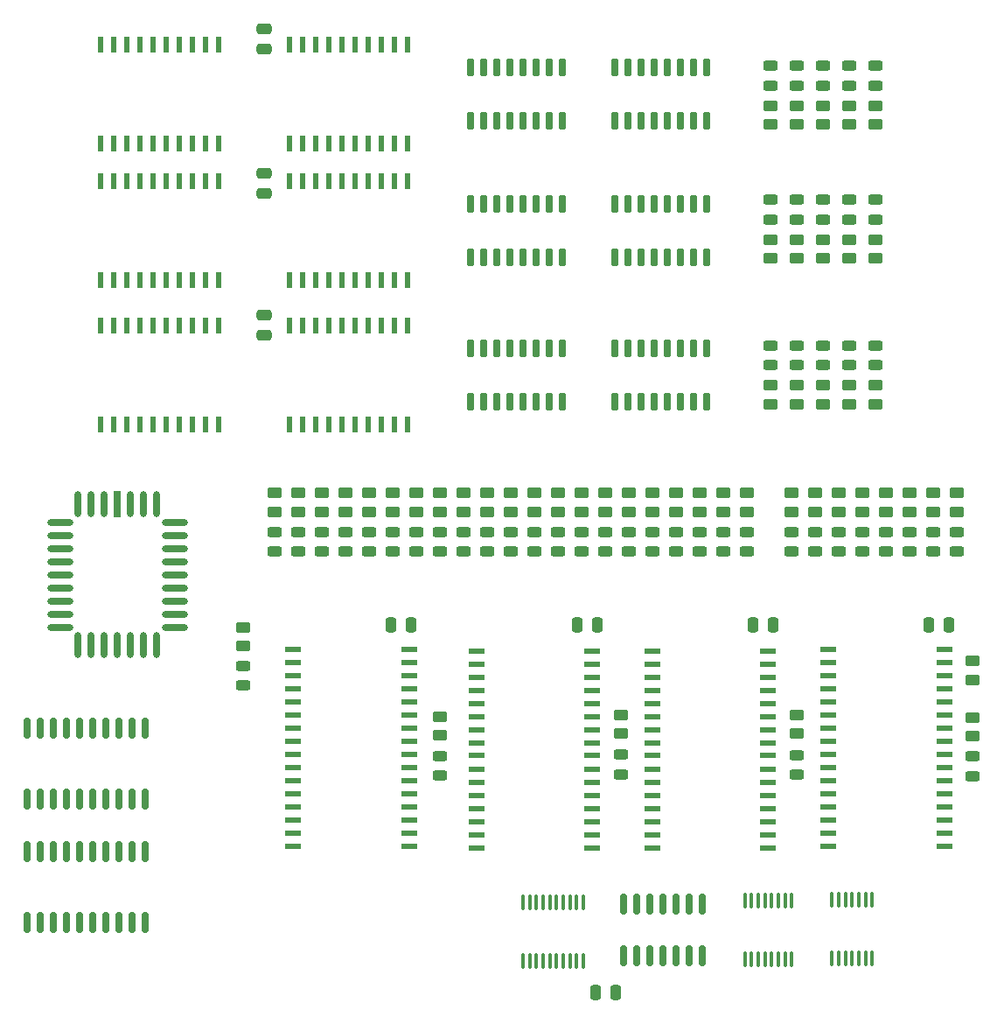
<source format=gbr>
%TF.GenerationSoftware,KiCad,Pcbnew,(6.0.0-0)*%
%TF.CreationDate,2022-03-10T23:02:48-05:00*%
%TF.ProjectId,memory,6d656d6f-7279-42e6-9b69-6361645f7063,rev?*%
%TF.SameCoordinates,Original*%
%TF.FileFunction,Paste,Top*%
%TF.FilePolarity,Positive*%
%FSLAX46Y46*%
G04 Gerber Fmt 4.6, Leading zero omitted, Abs format (unit mm)*
G04 Created by KiCad (PCBNEW (6.0.0-0)) date 2022-03-10 23:02:48*
%MOMM*%
%LPD*%
G01*
G04 APERTURE LIST*
G04 Aperture macros list*
%AMRoundRect*
0 Rectangle with rounded corners*
0 $1 Rounding radius*
0 $2 $3 $4 $5 $6 $7 $8 $9 X,Y pos of 4 corners*
0 Add a 4 corners polygon primitive as box body*
4,1,4,$2,$3,$4,$5,$6,$7,$8,$9,$2,$3,0*
0 Add four circle primitives for the rounded corners*
1,1,$1+$1,$2,$3*
1,1,$1+$1,$4,$5*
1,1,$1+$1,$6,$7*
1,1,$1+$1,$8,$9*
0 Add four rect primitives between the rounded corners*
20,1,$1+$1,$2,$3,$4,$5,0*
20,1,$1+$1,$4,$5,$6,$7,0*
20,1,$1+$1,$6,$7,$8,$9,0*
20,1,$1+$1,$8,$9,$2,$3,0*%
G04 Aperture macros list end*
%ADD10RoundRect,0.250000X0.450000X-0.262500X0.450000X0.262500X-0.450000X0.262500X-0.450000X-0.262500X0*%
%ADD11RoundRect,0.250000X0.250000X0.475000X-0.250000X0.475000X-0.250000X-0.475000X0.250000X-0.475000X0*%
%ADD12RoundRect,0.250000X-0.450000X0.262500X-0.450000X-0.262500X0.450000X-0.262500X0.450000X0.262500X0*%
%ADD13RoundRect,0.150000X0.150000X-0.725000X0.150000X0.725000X-0.150000X0.725000X-0.150000X-0.725000X0*%
%ADD14RoundRect,0.243750X-0.456250X0.243750X-0.456250X-0.243750X0.456250X-0.243750X0.456250X0.243750X0*%
%ADD15R,1.600000X0.600000*%
%ADD16R,0.600000X1.500000*%
%ADD17RoundRect,0.243750X0.456250X-0.243750X0.456250X0.243750X-0.456250X0.243750X-0.456250X-0.243750X0*%
%ADD18RoundRect,0.100000X-0.100000X0.637500X-0.100000X-0.637500X0.100000X-0.637500X0.100000X0.637500X0*%
%ADD19RoundRect,0.250000X-0.250000X-0.475000X0.250000X-0.475000X0.250000X0.475000X-0.250000X0.475000X0*%
%ADD20RoundRect,0.150000X-0.150000X0.825000X-0.150000X-0.825000X0.150000X-0.825000X0.150000X0.825000X0*%
%ADD21RoundRect,0.250000X0.475000X-0.250000X0.475000X0.250000X-0.475000X0.250000X-0.475000X-0.250000X0*%
%ADD22RoundRect,0.150000X0.150000X-0.837500X0.150000X0.837500X-0.150000X0.837500X-0.150000X-0.837500X0*%
%ADD23R,0.644962X2.535553*%
%ADD24RoundRect,0.322481X0.000000X-0.945295X0.000000X-0.945295X0.000000X0.945295X0.000000X0.945295X0*%
%ADD25RoundRect,0.322481X-0.945295X0.000000X0.945295X0.000000X0.945295X0.000000X-0.945295X0.000000X0*%
G04 APERTURE END LIST*
D10*
%TO.C,R44*%
X167386000Y-36218500D03*
X167386000Y-34393500D03*
%TD*%
D11*
%TO.C,C7*%
X159954000Y-84582000D03*
X158054000Y-84582000D03*
%TD*%
D12*
%TO.C,R28*%
X146050000Y-71835000D03*
X146050000Y-73660000D03*
%TD*%
D13*
%TO.C,U20*%
X130683000Y-63027000D03*
X131953000Y-63027000D03*
X133223000Y-63027000D03*
X134493000Y-63027000D03*
X135763000Y-63027000D03*
X137033000Y-63027000D03*
X138303000Y-63027000D03*
X139573000Y-63027000D03*
X139573000Y-57877000D03*
X138303000Y-57877000D03*
X137033000Y-57877000D03*
X135763000Y-57877000D03*
X134493000Y-57877000D03*
X133223000Y-57877000D03*
X131953000Y-57877000D03*
X130683000Y-57877000D03*
%TD*%
D14*
%TO.C,D13*%
X177800000Y-75620000D03*
X177800000Y-77495000D03*
%TD*%
%TO.C,D29*%
X148336000Y-75620000D03*
X148336000Y-77495000D03*
%TD*%
D12*
%TO.C,R31*%
X152908000Y-71835000D03*
X152908000Y-73660000D03*
%TD*%
%TO.C,R13*%
X177800000Y-71835000D03*
X177800000Y-73660000D03*
%TD*%
D15*
%TO.C,U7*%
X165342000Y-86995000D03*
X165342000Y-88265000D03*
X165342000Y-89535000D03*
X165342000Y-90805000D03*
X165342000Y-92075000D03*
X165342000Y-93345000D03*
X165342000Y-94615000D03*
X165342000Y-95895000D03*
X165342000Y-97145000D03*
X165342000Y-98425000D03*
X165342000Y-99695000D03*
X165342000Y-100965000D03*
X165342000Y-102235000D03*
X165342000Y-103505000D03*
X165342000Y-104775000D03*
X165342000Y-106045000D03*
X176542000Y-106045000D03*
X176542000Y-104775000D03*
X176542000Y-103505000D03*
X176542000Y-102235000D03*
X176542000Y-100965000D03*
X176542000Y-99695000D03*
X176542000Y-98425000D03*
X176542000Y-97145000D03*
X176542000Y-95895000D03*
X176542000Y-94615000D03*
X176542000Y-93345000D03*
X176542000Y-92075000D03*
X176542000Y-90805000D03*
X176542000Y-89535000D03*
X176542000Y-88265000D03*
X176542000Y-86995000D03*
%TD*%
D16*
%TO.C,U15*%
X113157000Y-51232000D03*
X114427000Y-51232000D03*
X115697000Y-51232000D03*
X116967000Y-51232000D03*
X118237000Y-51232000D03*
X119507000Y-51232000D03*
X120777000Y-51232000D03*
X122047000Y-51232000D03*
X123317000Y-51232000D03*
X124587000Y-51232000D03*
X124587000Y-41732000D03*
X123317000Y-41732000D03*
X122047000Y-41732000D03*
X120777000Y-41732000D03*
X119507000Y-41732000D03*
X118237000Y-41732000D03*
X116967000Y-41732000D03*
X115697000Y-41732000D03*
X114427000Y-41732000D03*
X113157000Y-41732000D03*
%TD*%
D12*
%TO.C,R22*%
X132334000Y-71835000D03*
X132334000Y-73660000D03*
%TD*%
D14*
%TO.C,D21*%
X130048000Y-75620000D03*
X130048000Y-77495000D03*
%TD*%
%TO.C,D26*%
X141478000Y-75620000D03*
X141478000Y-77495000D03*
%TD*%
D15*
%TO.C,U4*%
X113526000Y-86995000D03*
X113526000Y-88265000D03*
X113526000Y-89535000D03*
X113526000Y-90805000D03*
X113526000Y-92075000D03*
X113526000Y-93345000D03*
X113526000Y-94615000D03*
X113526000Y-95895000D03*
X113526000Y-97145000D03*
X113526000Y-98425000D03*
X113526000Y-99695000D03*
X113526000Y-100965000D03*
X113526000Y-102235000D03*
X113526000Y-103505000D03*
X113526000Y-104775000D03*
X113526000Y-106045000D03*
X124726000Y-106045000D03*
X124726000Y-104775000D03*
X124726000Y-103505000D03*
X124726000Y-102235000D03*
X124726000Y-100965000D03*
X124726000Y-99695000D03*
X124726000Y-98425000D03*
X124726000Y-97145000D03*
X124726000Y-95895000D03*
X124726000Y-94615000D03*
X124726000Y-93345000D03*
X124726000Y-92075000D03*
X124726000Y-90805000D03*
X124726000Y-89535000D03*
X124726000Y-88265000D03*
X124726000Y-86995000D03*
%TD*%
D12*
%TO.C,R9*%
X168656000Y-71835000D03*
X168656000Y-73660000D03*
%TD*%
D17*
%TO.C,D39*%
X169926000Y-45387500D03*
X169926000Y-43512500D03*
%TD*%
D14*
%TO.C,D18*%
X123198000Y-75620000D03*
X123198000Y-77495000D03*
%TD*%
D18*
%TO.C,U1*%
X169590000Y-111183500D03*
X168940000Y-111183500D03*
X168290000Y-111183500D03*
X167640000Y-111183500D03*
X166990000Y-111183500D03*
X166340000Y-111183500D03*
X165690000Y-111183500D03*
X165690000Y-116908500D03*
X166340000Y-116908500D03*
X166990000Y-116908500D03*
X167640000Y-116908500D03*
X168290000Y-116908500D03*
X168940000Y-116908500D03*
X169590000Y-116908500D03*
%TD*%
D14*
%TO.C,D11*%
X173228000Y-75620000D03*
X173228000Y-77495000D03*
%TD*%
D16*
%TO.C,U14*%
X94869000Y-51232000D03*
X96139000Y-51232000D03*
X97409000Y-51232000D03*
X98679000Y-51232000D03*
X99949000Y-51232000D03*
X101219000Y-51232000D03*
X102489000Y-51232000D03*
X103759000Y-51232000D03*
X105029000Y-51232000D03*
X106299000Y-51232000D03*
X106299000Y-41732000D03*
X105029000Y-41732000D03*
X103759000Y-41732000D03*
X102489000Y-41732000D03*
X101219000Y-41732000D03*
X99949000Y-41732000D03*
X98679000Y-41732000D03*
X97409000Y-41732000D03*
X96139000Y-41732000D03*
X94869000Y-41732000D03*
%TD*%
D17*
%TO.C,D44*%
X169926000Y-32433500D03*
X169926000Y-30558500D03*
%TD*%
D10*
%TO.C,R45*%
X169926000Y-36218500D03*
X169926000Y-34393500D03*
%TD*%
%TO.C,R46*%
X159766000Y-63246000D03*
X159766000Y-61421000D03*
%TD*%
%TO.C,R42*%
X162306000Y-36218500D03*
X162306000Y-34393500D03*
%TD*%
D19*
%TO.C,C8*%
X142814000Y-120142000D03*
X144714000Y-120142000D03*
%TD*%
D14*
%TO.C,D20*%
X127762000Y-75620000D03*
X127762000Y-77495000D03*
%TD*%
D12*
%TO.C,R18*%
X123194000Y-71835000D03*
X123194000Y-73660000D03*
%TD*%
D14*
%TO.C,D15*%
X162306000Y-97210000D03*
X162306000Y-99085000D03*
%TD*%
D12*
%TO.C,R33*%
X157480000Y-71835000D03*
X157480000Y-73660000D03*
%TD*%
D15*
%TO.C,U6*%
X148300000Y-87122000D03*
X148300000Y-88392000D03*
X148300000Y-89662000D03*
X148300000Y-90932000D03*
X148300000Y-92202000D03*
X148300000Y-93472000D03*
X148300000Y-94742000D03*
X148300000Y-96022000D03*
X148300000Y-97272000D03*
X148300000Y-98552000D03*
X148300000Y-99822000D03*
X148300000Y-101092000D03*
X148300000Y-102362000D03*
X148300000Y-103632000D03*
X148300000Y-104902000D03*
X148300000Y-106172000D03*
X159500000Y-106172000D03*
X159500000Y-104902000D03*
X159500000Y-103632000D03*
X159500000Y-102362000D03*
X159500000Y-101092000D03*
X159500000Y-99822000D03*
X159500000Y-98552000D03*
X159500000Y-97272000D03*
X159500000Y-96022000D03*
X159500000Y-94742000D03*
X159500000Y-93472000D03*
X159500000Y-92202000D03*
X159500000Y-90932000D03*
X159500000Y-89662000D03*
X159500000Y-88392000D03*
X159500000Y-87122000D03*
%TD*%
D12*
%TO.C,R2*%
X114046000Y-71835000D03*
X114046000Y-73660000D03*
%TD*%
D14*
%TO.C,D17*%
X127762000Y-97282000D03*
X127762000Y-99157000D03*
%TD*%
D12*
%TO.C,R16*%
X145288000Y-93321500D03*
X145288000Y-95146500D03*
%TD*%
D17*
%TO.C,D38*%
X167386000Y-45387500D03*
X167386000Y-43512500D03*
%TD*%
D14*
%TO.C,D23*%
X134620000Y-75620000D03*
X134620000Y-77495000D03*
%TD*%
D12*
%TO.C,R3*%
X116332000Y-71835000D03*
X116332000Y-73660000D03*
%TD*%
D17*
%TO.C,D40*%
X159766000Y-32433500D03*
X159766000Y-30558500D03*
%TD*%
D13*
%TO.C,U16*%
X130683000Y-35849000D03*
X131953000Y-35849000D03*
X133223000Y-35849000D03*
X134493000Y-35849000D03*
X135763000Y-35849000D03*
X137033000Y-35849000D03*
X138303000Y-35849000D03*
X139573000Y-35849000D03*
X139573000Y-30699000D03*
X138303000Y-30699000D03*
X137033000Y-30699000D03*
X135763000Y-30699000D03*
X134493000Y-30699000D03*
X133223000Y-30699000D03*
X131953000Y-30699000D03*
X130683000Y-30699000D03*
%TD*%
D14*
%TO.C,D3*%
X116332000Y-75620000D03*
X116332000Y-77495000D03*
%TD*%
D20*
%TO.C,U2*%
X153162000Y-111637000D03*
X151892000Y-111637000D03*
X150622000Y-111637000D03*
X149352000Y-111637000D03*
X148082000Y-111637000D03*
X146812000Y-111637000D03*
X145542000Y-111637000D03*
X145542000Y-116587000D03*
X146812000Y-116587000D03*
X148082000Y-116587000D03*
X149352000Y-116587000D03*
X150622000Y-116587000D03*
X151892000Y-116587000D03*
X153162000Y-116587000D03*
%TD*%
D10*
%TO.C,R47*%
X162306000Y-63246000D03*
X162306000Y-61421000D03*
%TD*%
D14*
%TO.C,D25*%
X139192000Y-75620000D03*
X139192000Y-77495000D03*
%TD*%
D17*
%TO.C,D45*%
X159766000Y-59461000D03*
X159766000Y-57586000D03*
%TD*%
%TO.C,D49*%
X169926000Y-59461000D03*
X169926000Y-57586000D03*
%TD*%
D12*
%TO.C,R35*%
X108712000Y-84836000D03*
X108712000Y-86661000D03*
%TD*%
D14*
%TO.C,D10*%
X170942000Y-75620000D03*
X170942000Y-77495000D03*
%TD*%
%TO.C,D16*%
X145288000Y-97185000D03*
X145288000Y-99060000D03*
%TD*%
D10*
%TO.C,R38*%
X164846000Y-49172500D03*
X164846000Y-47347500D03*
%TD*%
%TO.C,R36*%
X159766000Y-49172500D03*
X159766000Y-47347500D03*
%TD*%
D12*
%TO.C,R8*%
X166370000Y-71835000D03*
X166370000Y-73660000D03*
%TD*%
D14*
%TO.C,D7*%
X164084000Y-75620000D03*
X164084000Y-77495000D03*
%TD*%
D12*
%TO.C,R12*%
X175514000Y-71835000D03*
X175514000Y-73660000D03*
%TD*%
%TO.C,R14*%
X179324000Y-93575500D03*
X179324000Y-95400500D03*
%TD*%
D10*
%TO.C,R43*%
X164846000Y-36218500D03*
X164846000Y-34393500D03*
%TD*%
D17*
%TO.C,D35*%
X159766000Y-45387500D03*
X159766000Y-43512500D03*
%TD*%
D11*
%TO.C,C6*%
X124902000Y-84582000D03*
X123002000Y-84582000D03*
%TD*%
D14*
%TO.C,D12*%
X175514000Y-75620000D03*
X175514000Y-77495000D03*
%TD*%
D12*
%TO.C,R5*%
X120904000Y-71835000D03*
X120904000Y-73660000D03*
%TD*%
D14*
%TO.C,D19*%
X125476000Y-75620000D03*
X125476000Y-77495000D03*
%TD*%
D16*
%TO.C,U22*%
X94869000Y-65202000D03*
X96139000Y-65202000D03*
X97409000Y-65202000D03*
X98679000Y-65202000D03*
X99949000Y-65202000D03*
X101219000Y-65202000D03*
X102489000Y-65202000D03*
X103759000Y-65202000D03*
X105029000Y-65202000D03*
X106299000Y-65202000D03*
X106299000Y-55702000D03*
X105029000Y-55702000D03*
X103759000Y-55702000D03*
X102489000Y-55702000D03*
X101219000Y-55702000D03*
X99949000Y-55702000D03*
X98679000Y-55702000D03*
X97409000Y-55702000D03*
X96139000Y-55702000D03*
X94869000Y-55702000D03*
%TD*%
D12*
%TO.C,R10*%
X170942000Y-71835000D03*
X170942000Y-73660000D03*
%TD*%
D17*
%TO.C,D37*%
X164846000Y-45387500D03*
X164846000Y-43512500D03*
%TD*%
D14*
%TO.C,D5*%
X120904000Y-75620000D03*
X120904000Y-77495000D03*
%TD*%
D12*
%TO.C,R29*%
X148336000Y-71835000D03*
X148336000Y-73660000D03*
%TD*%
D17*
%TO.C,D47*%
X164846000Y-59461000D03*
X164846000Y-57586000D03*
%TD*%
D14*
%TO.C,D14*%
X179324000Y-97360500D03*
X179324000Y-99235500D03*
%TD*%
D13*
%TO.C,U17*%
X144653000Y-35849000D03*
X145923000Y-35849000D03*
X147193000Y-35849000D03*
X148463000Y-35849000D03*
X149733000Y-35849000D03*
X151003000Y-35849000D03*
X152273000Y-35849000D03*
X153543000Y-35849000D03*
X153543000Y-30699000D03*
X152273000Y-30699000D03*
X151003000Y-30699000D03*
X149733000Y-30699000D03*
X148463000Y-30699000D03*
X147193000Y-30699000D03*
X145923000Y-30699000D03*
X144653000Y-30699000D03*
%TD*%
D12*
%TO.C,R21*%
X130048000Y-71835000D03*
X130048000Y-73660000D03*
%TD*%
D10*
%TO.C,R39*%
X167386000Y-49172500D03*
X167386000Y-47347500D03*
%TD*%
D15*
%TO.C,U5*%
X131258000Y-87122000D03*
X131258000Y-88392000D03*
X131258000Y-89662000D03*
X131258000Y-90932000D03*
X131258000Y-92202000D03*
X131258000Y-93472000D03*
X131258000Y-94742000D03*
X131258000Y-96022000D03*
X131258000Y-97272000D03*
X131258000Y-98552000D03*
X131258000Y-99822000D03*
X131258000Y-101092000D03*
X131258000Y-102362000D03*
X131258000Y-103632000D03*
X131258000Y-104902000D03*
X131258000Y-106172000D03*
X142458000Y-106172000D03*
X142458000Y-104902000D03*
X142458000Y-103632000D03*
X142458000Y-102362000D03*
X142458000Y-101092000D03*
X142458000Y-99822000D03*
X142458000Y-98552000D03*
X142458000Y-97272000D03*
X142458000Y-96022000D03*
X142458000Y-94742000D03*
X142458000Y-93472000D03*
X142458000Y-92202000D03*
X142458000Y-90932000D03*
X142458000Y-89662000D03*
X142458000Y-88392000D03*
X142458000Y-87122000D03*
%TD*%
D17*
%TO.C,D42*%
X164846000Y-32433500D03*
X164846000Y-30558500D03*
%TD*%
D12*
%TO.C,R30*%
X150622000Y-71835000D03*
X150622000Y-73660000D03*
%TD*%
D14*
%TO.C,D22*%
X132334000Y-75620000D03*
X132334000Y-77495000D03*
%TD*%
D12*
%TO.C,R17*%
X127762000Y-93497000D03*
X127762000Y-95322000D03*
%TD*%
D21*
%TO.C,C2*%
X110744000Y-28890000D03*
X110744000Y-26990000D03*
%TD*%
D10*
%TO.C,R50*%
X169926000Y-63246000D03*
X169926000Y-61421000D03*
%TD*%
D14*
%TO.C,D2*%
X114046000Y-75620000D03*
X114046000Y-77495000D03*
%TD*%
D13*
%TO.C,U13*%
X144653000Y-49057000D03*
X145923000Y-49057000D03*
X147193000Y-49057000D03*
X148463000Y-49057000D03*
X149733000Y-49057000D03*
X151003000Y-49057000D03*
X152273000Y-49057000D03*
X153543000Y-49057000D03*
X153543000Y-43907000D03*
X152273000Y-43907000D03*
X151003000Y-43907000D03*
X149733000Y-43907000D03*
X148463000Y-43907000D03*
X147193000Y-43907000D03*
X145923000Y-43907000D03*
X144653000Y-43907000D03*
%TD*%
D22*
%TO.C,U9*%
X87757000Y-101506500D03*
X89027000Y-101506500D03*
X90297000Y-101506500D03*
X91567000Y-101506500D03*
X92837000Y-101506500D03*
X94107000Y-101506500D03*
X95377000Y-101506500D03*
X96647000Y-101506500D03*
X97917000Y-101506500D03*
X99187000Y-101506500D03*
X99187000Y-94581500D03*
X97917000Y-94581500D03*
X96647000Y-94581500D03*
X95377000Y-94581500D03*
X94107000Y-94581500D03*
X92837000Y-94581500D03*
X91567000Y-94581500D03*
X90297000Y-94581500D03*
X89027000Y-94581500D03*
X87757000Y-94581500D03*
%TD*%
D17*
%TO.C,D41*%
X162306000Y-32433500D03*
X162306000Y-30558500D03*
%TD*%
D11*
%TO.C,C5*%
X176972000Y-84582000D03*
X175072000Y-84582000D03*
%TD*%
D18*
%TO.C,U8*%
X141609000Y-111437500D03*
X140959000Y-111437500D03*
X140309000Y-111437500D03*
X139659000Y-111437500D03*
X139009000Y-111437500D03*
X138359000Y-111437500D03*
X137709000Y-111437500D03*
X137059000Y-111437500D03*
X136409000Y-111437500D03*
X135759000Y-111437500D03*
X135759000Y-117162500D03*
X136409000Y-117162500D03*
X137059000Y-117162500D03*
X137709000Y-117162500D03*
X138359000Y-117162500D03*
X139009000Y-117162500D03*
X139659000Y-117162500D03*
X140309000Y-117162500D03*
X140959000Y-117162500D03*
X141609000Y-117162500D03*
%TD*%
D14*
%TO.C,D4*%
X118618000Y-75620000D03*
X118618000Y-77495000D03*
%TD*%
%TO.C,D34*%
X108712000Y-88621000D03*
X108712000Y-90496000D03*
%TD*%
%TO.C,D8*%
X166370000Y-75620000D03*
X166370000Y-77495000D03*
%TD*%
D12*
%TO.C,R11*%
X173228000Y-71835000D03*
X173228000Y-73660000D03*
%TD*%
D14*
%TO.C,D31*%
X152908000Y-75620000D03*
X152908000Y-77495000D03*
%TD*%
D10*
%TO.C,R48*%
X164846000Y-63246000D03*
X164846000Y-61421000D03*
%TD*%
D12*
%TO.C,R20*%
X127762000Y-71835000D03*
X127762000Y-73660000D03*
%TD*%
%TO.C,R19*%
X125476000Y-71835000D03*
X125476000Y-73660000D03*
%TD*%
%TO.C,R32*%
X155194000Y-71835000D03*
X155194000Y-73660000D03*
%TD*%
D14*
%TO.C,D1*%
X111760000Y-75620000D03*
X111760000Y-77495000D03*
%TD*%
D17*
%TO.C,D36*%
X162306000Y-45387500D03*
X162306000Y-43512500D03*
%TD*%
D14*
%TO.C,D30*%
X150622000Y-75620000D03*
X150622000Y-77495000D03*
%TD*%
D12*
%TO.C,R6*%
X161798000Y-71835000D03*
X161798000Y-73660000D03*
%TD*%
D22*
%TO.C,U10*%
X87757000Y-113444500D03*
X89027000Y-113444500D03*
X90297000Y-113444500D03*
X91567000Y-113444500D03*
X92837000Y-113444500D03*
X94107000Y-113444500D03*
X95377000Y-113444500D03*
X96647000Y-113444500D03*
X97917000Y-113444500D03*
X99187000Y-113444500D03*
X99187000Y-106519500D03*
X97917000Y-106519500D03*
X96647000Y-106519500D03*
X95377000Y-106519500D03*
X94107000Y-106519500D03*
X92837000Y-106519500D03*
X91567000Y-106519500D03*
X90297000Y-106519500D03*
X89027000Y-106519500D03*
X87757000Y-106519500D03*
%TD*%
D10*
%TO.C,R41*%
X159766000Y-36218500D03*
X159766000Y-34393500D03*
%TD*%
D14*
%TO.C,D6*%
X161798000Y-75620000D03*
X161798000Y-77495000D03*
%TD*%
%TO.C,D33*%
X157480000Y-75620000D03*
X157480000Y-77495000D03*
%TD*%
D21*
%TO.C,C1*%
X110744000Y-42860000D03*
X110744000Y-40960000D03*
%TD*%
D14*
%TO.C,D28*%
X146050000Y-75620000D03*
X146050000Y-77495000D03*
%TD*%
D17*
%TO.C,D43*%
X167386000Y-32433500D03*
X167386000Y-30558500D03*
%TD*%
D12*
%TO.C,R15*%
X162306000Y-93321500D03*
X162306000Y-95146500D03*
%TD*%
%TO.C,R7*%
X164084000Y-71835000D03*
X164084000Y-73660000D03*
%TD*%
%TO.C,R27*%
X143764000Y-71835000D03*
X143764000Y-73660000D03*
%TD*%
D11*
%TO.C,C4*%
X142936000Y-84582000D03*
X141036000Y-84582000D03*
%TD*%
D21*
%TO.C,C3*%
X110744000Y-56576000D03*
X110744000Y-54676000D03*
%TD*%
D16*
%TO.C,U19*%
X113157000Y-38024000D03*
X114427000Y-38024000D03*
X115697000Y-38024000D03*
X116967000Y-38024000D03*
X118237000Y-38024000D03*
X119507000Y-38024000D03*
X120777000Y-38024000D03*
X122047000Y-38024000D03*
X123317000Y-38024000D03*
X124587000Y-38024000D03*
X124587000Y-28524000D03*
X123317000Y-28524000D03*
X122047000Y-28524000D03*
X120777000Y-28524000D03*
X119507000Y-28524000D03*
X118237000Y-28524000D03*
X116967000Y-28524000D03*
X115697000Y-28524000D03*
X114427000Y-28524000D03*
X113157000Y-28524000D03*
%TD*%
D17*
%TO.C,D48*%
X167386000Y-59461000D03*
X167386000Y-57586000D03*
%TD*%
D14*
%TO.C,D27*%
X143764000Y-75620000D03*
X143764000Y-77495000D03*
%TD*%
%TO.C,D32*%
X155194000Y-75620000D03*
X155194000Y-77495000D03*
%TD*%
%TO.C,D24*%
X136906000Y-75620000D03*
X136906000Y-77495000D03*
%TD*%
D12*
%TO.C,R23*%
X134620000Y-71835000D03*
X134620000Y-73660000D03*
%TD*%
%TO.C,R1*%
X111760000Y-71835000D03*
X111760000Y-73660000D03*
%TD*%
D10*
%TO.C,R34*%
X179324000Y-89916000D03*
X179324000Y-88091000D03*
%TD*%
%TO.C,R37*%
X162306000Y-49172500D03*
X162306000Y-47347500D03*
%TD*%
D12*
%TO.C,R25*%
X139192000Y-71835000D03*
X139192000Y-73660000D03*
%TD*%
D13*
%TO.C,U21*%
X144653000Y-63027000D03*
X145923000Y-63027000D03*
X147193000Y-63027000D03*
X148463000Y-63027000D03*
X149733000Y-63027000D03*
X151003000Y-63027000D03*
X152273000Y-63027000D03*
X153543000Y-63027000D03*
X153543000Y-57877000D03*
X152273000Y-57877000D03*
X151003000Y-57877000D03*
X149733000Y-57877000D03*
X148463000Y-57877000D03*
X147193000Y-57877000D03*
X145923000Y-57877000D03*
X144653000Y-57877000D03*
%TD*%
D12*
%TO.C,R4*%
X118618000Y-71835000D03*
X118618000Y-73660000D03*
%TD*%
D23*
%TO.C,U11*%
X96520000Y-72912448D03*
D24*
X95250000Y-72912448D03*
X93980000Y-72912448D03*
X92710000Y-72912448D03*
D25*
X90946448Y-74676000D03*
X90946448Y-75946000D03*
X90946448Y-77216000D03*
X90946448Y-78486000D03*
X90946448Y-79756000D03*
X90946448Y-81026000D03*
X90946448Y-82296000D03*
X90946448Y-83566000D03*
X90946448Y-84836000D03*
D24*
X92710000Y-86599553D03*
X93980000Y-86599553D03*
X95250000Y-86599553D03*
X96520000Y-86599553D03*
X97790000Y-86599553D03*
X99060000Y-86599553D03*
X100330000Y-86599553D03*
D25*
X102093553Y-84836000D03*
X102093553Y-83566000D03*
X102093553Y-82296000D03*
X102093553Y-81026000D03*
X102093553Y-79756000D03*
X102093553Y-78486000D03*
X102093553Y-77216000D03*
X102093553Y-75946000D03*
X102093553Y-74676000D03*
D24*
X100330000Y-72912448D03*
X99060000Y-72912448D03*
X97790000Y-72912448D03*
%TD*%
D16*
%TO.C,U23*%
X113157000Y-65202000D03*
X114427000Y-65202000D03*
X115697000Y-65202000D03*
X116967000Y-65202000D03*
X118237000Y-65202000D03*
X119507000Y-65202000D03*
X120777000Y-65202000D03*
X122047000Y-65202000D03*
X123317000Y-65202000D03*
X124587000Y-65202000D03*
X124587000Y-55702000D03*
X123317000Y-55702000D03*
X122047000Y-55702000D03*
X120777000Y-55702000D03*
X119507000Y-55702000D03*
X118237000Y-55702000D03*
X116967000Y-55702000D03*
X115697000Y-55702000D03*
X114427000Y-55702000D03*
X113157000Y-55702000D03*
%TD*%
D12*
%TO.C,R26*%
X141478000Y-71835000D03*
X141478000Y-73660000D03*
%TD*%
D16*
%TO.C,U18*%
X94869000Y-38024000D03*
X96139000Y-38024000D03*
X97409000Y-38024000D03*
X98679000Y-38024000D03*
X99949000Y-38024000D03*
X101219000Y-38024000D03*
X102489000Y-38024000D03*
X103759000Y-38024000D03*
X105029000Y-38024000D03*
X106299000Y-38024000D03*
X106299000Y-28524000D03*
X105029000Y-28524000D03*
X103759000Y-28524000D03*
X102489000Y-28524000D03*
X101219000Y-28524000D03*
X99949000Y-28524000D03*
X98679000Y-28524000D03*
X97409000Y-28524000D03*
X96139000Y-28524000D03*
X94869000Y-28524000D03*
%TD*%
D17*
%TO.C,D46*%
X162306000Y-59461000D03*
X162306000Y-57586000D03*
%TD*%
D10*
%TO.C,R49*%
X167386000Y-63246000D03*
X167386000Y-61421000D03*
%TD*%
D13*
%TO.C,U12*%
X130683000Y-49057000D03*
X131953000Y-49057000D03*
X133223000Y-49057000D03*
X134493000Y-49057000D03*
X135763000Y-49057000D03*
X137033000Y-49057000D03*
X138303000Y-49057000D03*
X139573000Y-49057000D03*
X139573000Y-43907000D03*
X138303000Y-43907000D03*
X137033000Y-43907000D03*
X135763000Y-43907000D03*
X134493000Y-43907000D03*
X133223000Y-43907000D03*
X131953000Y-43907000D03*
X130683000Y-43907000D03*
%TD*%
D18*
%TO.C,U3*%
X161787000Y-111249500D03*
X161137000Y-111249500D03*
X160487000Y-111249500D03*
X159837000Y-111249500D03*
X159187000Y-111249500D03*
X158537000Y-111249500D03*
X157887000Y-111249500D03*
X157237000Y-111249500D03*
X157237000Y-116974500D03*
X157887000Y-116974500D03*
X158537000Y-116974500D03*
X159187000Y-116974500D03*
X159837000Y-116974500D03*
X160487000Y-116974500D03*
X161137000Y-116974500D03*
X161787000Y-116974500D03*
%TD*%
D12*
%TO.C,R24*%
X136906000Y-71835000D03*
X136906000Y-73660000D03*
%TD*%
D14*
%TO.C,D9*%
X168656000Y-75620000D03*
X168656000Y-77495000D03*
%TD*%
D10*
%TO.C,R40*%
X169926000Y-49172500D03*
X169926000Y-47347500D03*
%TD*%
M02*

</source>
